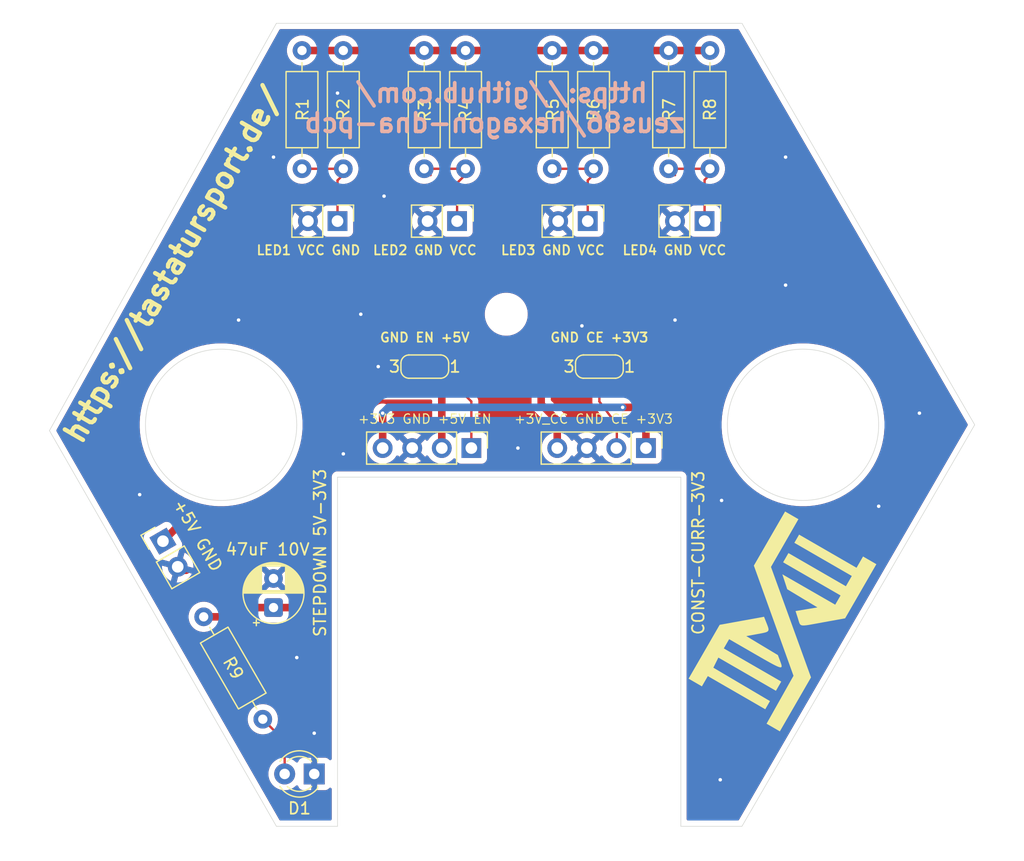
<source format=kicad_pcb>
(kicad_pcb (version 20241229) (generator "pcbnew") (generator_version "9.0")
  (layers (0 "F.Cu" signal) (2 "B.Cu" signal) (13 "F.Paste" user) (15 "B.Paste" user) (5 "F.SilkS" user "F.Silkscreen") (7 "B.SilkS" user "B.Silkscreen") (1 "F.Mask" user) (3 "B.Mask" user) (25 "Edge.Cuts" user))
  (net 0 "")
  (net 1 "GND")
  (net 2 "+5V")
  (net 3 "+3V3")
  (net 4 "Net-(J5-Pin_2)")
  (net 5 "Net-(J6-Pin_1)")
  (net 6 "+3V_const")
  (net 7 "Net-(J2-Pin_1)")
  (net 8 "Net-(J3-Pin_1)")
  (net 9 "Net-(J4-Pin_1)")
  (net 10 "Net-(J7-Pin_1)")
  (net 11 "Net-(D1-A)")
  (footprint "Connector_PinHeader_2.54mm:PinHeader_1x02_P2.54mm_Vertical" (layer "F.Cu") (at 55.775001 35.5 -90)
    (property "Reference" "J3")
    (property "Value" "LED2 GND VCC" (at 2.5 2.775001 0) (layer "F.SilkS") (effects (font (size 0.8 0.8))))
    (fp_line (start -1.38 3.92) (end 1.38 3.92) (stroke (width 0.12)) (layer "F.SilkS"))
    (fp_line (start -1.38 1.27) (end -1.38 3.92) (stroke (width 0.12)) (layer "F.SilkS"))
    (fp_line (start -1.38 1.27) (end 1.38 1.27) (stroke (width 0.12)) (layer "F.SilkS"))
    (fp_line (start 1.38 1.27) (end 1.38 3.92) (stroke (width 0.12)) (layer "F.SilkS"))
    (fp_line (start -1.38 0) (end -1.38 -1.38) (stroke (width 0.12)) (layer "F.SilkS"))
    (fp_line (start -1.38 -1.38) (end 0 -1.38) (stroke (width 0.12)) (layer "F.SilkS"))
    (pad "1" thru_hole rect (at 0 0 270) (size 1.7 1.7) (drill 1) (layers "*.Cu" "*.Mask") (net 8 "Net-(J3-Pin_1)"))
    (pad "2" thru_hole circle (at 0 2.54 270) (size 1.7 1.7) (drill 1) (layers "*.Cu" "*.Mask") (net 1 "GND"))
  )
  (footprint "Connector_PinHeader_2.54mm:PinHeader_1x04_P2.54mm_Vertical" (layer "F.Cu") (at 57 55 -90)
    (property "Reference" "+3V3 GND +5V EN" (at -2.5 4 180) (layer "F.SilkS") (effects (font (size 0.8 0.8) (thickness 0.1))))
    (property "Value" "STEPDOWN 5V-3V3" (at 9 13 90) (layer "F.SilkS"))
    (fp_line (start -1.38 9) (end 1.38 9) (stroke (width 0.12)) (layer "F.SilkS"))
    (fp_line (start -1.38 1.27) (end -1.38 9) (stroke (width 0.12)) (layer "F.SilkS"))
    (fp_line (start -1.38 1.27) (end 1.38 1.27) (stroke (width 0.12)) (layer "F.SilkS"))
    (fp_line (start 1.38 1.27) (end 1.38 9) (stroke (width 0.12)) (layer "F.SilkS"))
    (fp_line (start -1.38 0) (end -1.38 -1.38) (stroke (width 0.12)) (layer "F.SilkS"))
    (fp_line (start -1.38 -1.38) (end 0 -1.38) (stroke (width 0.12)) (layer "F.SilkS"))
    (pad "1" thru_hole rect (at 0 0 270) (size 1.7 1.7) (drill 1) (layers "*.Cu" "*.Mask") (net 5 "Net-(J6-Pin_1)"))
    (pad "2" thru_hole circle (at 0 2.54 270) (size 1.7 1.7) (drill 1) (layers "*.Cu" "*.Mask") (net 2 "+5V"))
    (pad "3" thru_hole circle (at 0 5.08 270) (size 1.7 1.7) (drill 1) (layers "*.Cu" "*.Mask") (net 1 "GND"))
    (pad "4" thru_hole circle (at 0 7.62 270) (size 1.7 1.7) (drill 1) (layers "*.Cu" "*.Mask") (net 3 "+3V3"))
  )
  (footprint "Jumper:SolderJumper-3_P1.3mm_Open_RoundedPad1.0x1.5mm_NumberLabels" (layer "F.Cu") (at 68 48 180)
    (property "Reference" "JP2")
    (property "Value" "GND CE +3V3" (at 0 2.5 0) (layer "F.SilkS") (effects (font (size 0.8 0.8))))
    (fp_line (start 2.05 -0.3) (end 2.05 0.3) (stroke (width 0.12)) (layer "F.SilkS"))
    (fp_line (start 1.4 1) (end -1.4 1) (stroke (width 0.12)) (layer "F.SilkS"))
    (fp_line (start -1.4 -1) (end 1.4 -1) (stroke (width 0.12)) (layer "F.SilkS"))
    (fp_line (start -2.05 0.3) (end -2.05 -0.3) (stroke (width 0.12)) (layer "F.SilkS"))
    (fp_arc (start 2.05 0.3) (mid 1.844975 0.794975) (end 1.35 1) (stroke (width 0.12)) (layer "F.SilkS"))
    (fp_arc (start 1.35 -1) (mid 1.844975 -0.794975) (end 2.05 -0.3) (stroke (width 0.12)) (layer "F.SilkS"))
    (fp_arc (start -1.35 1) (mid -1.844975 0.794975) (end -2.05 0.3) (stroke (width 0.12)) (layer "F.SilkS"))
    (fp_arc (start -2.05 -0.3) (mid -1.844975 -0.794975) (end -1.35 -1) (stroke (width 0.12)) (layer "F.SilkS"))
    (fp_text user "1" (at -2.6 0 0) (layer "F.SilkS"))
    (fp_text user "3" (at 2.6 0 0) (layer "F.SilkS"))
    (pad "1" smd custom (at -1.3 0 180) (size 1 0.5) (layers "F.Cu" "F.Mask") (net 3 "+3V3") (options (clearance outline) (anchor rect)) (primitives (gr_circle (center 0 0.25) (end 0.5 0.25) (width 0) (fill yes)) (gr_circle (center 0 -0.25) (end 0.5 -0.25) (width 0) (fill yes)) (gr_poly (pts (xy 0.55 0.75) (xy 0 0.75) (xy 0 -0.75) (xy 0.55 -0.75)) (width 0) (fill yes))))
    (pad "2" smd rect (at 0 0 180) (size 1 1.5) (layers "F.Cu" "F.Mask") (net 4 "Net-(J5-Pin_2)"))
    (pad "3" smd custom (at 1.3 0 180) (size 1 0.5) (layers "F.Cu" "F.Mask") (net 1 "GND") (options (clearance outline) (anchor rect)) (primitives (gr_circle (center 0 0.25) (end 0.5 0.25) (width 0) (fill yes)) (gr_circle (center 0 -0.25) (end 0.5 -0.25) (width 0) (fill yes)) (gr_poly (pts (xy 0 0.75) (xy -0.55 0.75) (xy -0.55 -0.75) (xy 0 -0.75)) (width 0) (fill yes))))
  )
  (footprint "Resistor_THT:R_Axial_DIN0207_L6.3mm_D2.5mm_P10.16mm_Horizontal" (layer "F.Cu") (at 67.5 31 90)
    (property "Reference" "R6" (at 5.08 0 90) (layer "F.SilkS"))
    (property "Value" "R")
    (fp_line (start 9.12 0) (end 8.35 0) (stroke (width 0.12)) (layer "F.SilkS"))
    (fp_line (start 1.04 0) (end 1.81 0) (stroke (width 0.12)) (layer "F.SilkS"))
    (fp_rect (start 1.81 -1.37) (end 8.35 1.37) (stroke (width 0.12)) (fill no) (layer "F.SilkS"))
    (pad "1" thru_hole circle (at 0 0 90) (size 1.6 1.6) (drill 0.8) (layers "*.Cu" "*.Mask") (net 9 "Net-(J4-Pin_1)"))
    (pad "2" thru_hole circle (at 10.16 0 90) (size 1.6 1.6) (drill 0.8) (layers "*.Cu" "*.Mask") (net 6 "+3V_const"))
  )
  (footprint "Resistor_THT:R_Axial_DIN0207_L6.3mm_D2.5mm_P10.16mm_Horizontal" (layer "F.Cu") (at 42.45 31 90)
    (property "Reference" "R1" (at 5.08 0.05 90) (layer "F.SilkS"))
    (property "Value" "R")
    (fp_line (start 9.12 0) (end 8.35 0) (stroke (width 0.12)) (layer "F.SilkS"))
    (fp_line (start 1.04 0) (end 1.81 0) (stroke (width 0.12)) (layer "F.SilkS"))
    (fp_rect (start 1.81 -1.37) (end 8.35 1.37) (stroke (width 0.12)) (fill no) (layer "F.SilkS"))
    (pad "1" thru_hole circle (at 0 0 90) (size 1.6 1.6) (drill 0.8) (layers "*.Cu" "*.Mask") (net 7 "Net-(J2-Pin_1)"))
    (pad "2" thru_hole circle (at 10.16 0 90) (size 1.6 1.6) (drill 0.8) (layers "*.Cu" "*.Mask") (net 6 "+3V_const"))
  )
  (footprint "Jumper:SolderJumper-3_P1.3mm_Open_RoundedPad1.0x1.5mm_NumberLabels" (layer "F.Cu") (at 53 48 180)
    (property "Reference" "JP1")
    (property "Value" "GND EN +5V" (at 0 2.5 0) (layer "F.SilkS") (effects (font (size 0.8 0.8))))
    (fp_line (start 2.05 -0.3) (end 2.05 0.3) (stroke (width 0.12)) (layer "F.SilkS"))
    (fp_line (start 1.4 1) (end -1.4 1) (stroke (width 0.12)) (layer "F.SilkS"))
    (fp_line (start -1.4 -1) (end 1.4 -1) (stroke (width 0.12)) (layer "F.SilkS"))
    (fp_line (start -2.05 0.3) (end -2.05 -0.3) (stroke (width 0.12)) (layer "F.SilkS"))
    (fp_arc (start 2.05 0.3) (mid 1.844975 0.794975) (end 1.35 1) (stroke (width 0.12)) (layer "F.SilkS"))
    (fp_arc (start 1.35 -1) (mid 1.844975 -0.794975) (end 2.05 -0.3) (stroke (width 0.12)) (layer "F.SilkS"))
    (fp_arc (start -1.35 1) (mid -1.844975 0.794975) (end -2.05 0.3) (stroke (width 0.12)) (layer "F.SilkS"))
    (fp_arc (start -2.05 -0.3) (mid -1.844975 -0.794975) (end -1.35 -1) (stroke (width 0.12)) (layer "F.SilkS"))
    (fp_text user "3" (at 2.6 0 0) (layer "F.SilkS"))
    (fp_text user "1" (at -2.6 0 0) (layer "F.SilkS"))
    (pad "1" smd custom (at -1.3 0 180) (size 1 0.5) (layers "F.Cu" "F.Mask") (net 2 "+5V") (options (clearance outline) (anchor rect)) (primitives (gr_circle (center 0 0.25) (end 0.5 0.25) (width 0) (fill yes)) (gr_circle (center 0 -0.25) (end 0.5 -0.25) (width 0) (fill yes)) (gr_poly (pts (xy 0.55 0.75) (xy 0 0.75) (xy 0 -0.75) (xy 0.55 -0.75)) (width 0) (fill yes))))
    (pad "2" smd rect (at 0 0 180) (size 1 1.5) (layers "F.Cu" "F.Mask") (net 5 "Net-(J6-Pin_1)"))
    (pad "3" smd custom (at 1.3 0 180) (size 1 0.5) (layers "F.Cu" "F.Mask") (net 1 "GND") (options (clearance outline) (anchor rect)) (primitives (gr_circle (center 0 0.25) (end 0.5 0.25) (width 0) (fill yes)) (gr_circle (center 0 -0.25) (end 0.5 -0.25) (width 0) (fill yes)) (gr_poly (pts (xy 0 0.75) (xy -0.55 0.75) (xy -0.55 -0.75) (xy 0 -0.75)) (width 0) (fill yes))))
  )
  (footprint "Resistor_THT:R_Axial_DIN0207_L6.3mm_D2.5mm_P10.16mm_Horizontal" (layer "F.Cu") (at 56.5 31 90)
    (property "Reference" "R4" (at 5 0 90) (layer "F.SilkS"))
    (property "Value" "R")
    (fp_line (start 9.12 0) (end 8.35 0) (stroke (width 0.12)) (layer "F.SilkS"))
    (fp_line (start 1.04 0) (end 1.81 0) (stroke (width 0.12)) (layer "F.SilkS"))
    (fp_rect (start 1.81 -1.37) (end 8.35 1.37) (stroke (width 0.12)) (fill no) (layer "F.SilkS"))
    (pad "1" thru_hole circle (at 0 0 90) (size 1.6 1.6) (drill 0.8) (layers "*.Cu" "*.Mask") (net 8 "Net-(J3-Pin_1)"))
    (pad "2" thru_hole circle (at 10.16 0 90) (size 1.6 1.6) (drill 0.8) (layers "*.Cu" "*.Mask") (net 6 "+3V_const"))
  )
  (footprint "Connector_PinHeader_2.54mm:PinHeader_1x02_P2.54mm_Vertical" (layer "F.Cu") (at 67 35.5 -90)
    (property "Reference" "J4")
    (property "Value" "LED3 GND VCC" (at 2.5 3 0) (layer "F.SilkS") (effects (font (size 0.8 0.8))))
    (fp_line (start -1.38 3.92) (end 1.38 3.92) (stroke (width 0.12)) (layer "F.SilkS"))
    (fp_line (start -1.38 1.27) (end -1.38 3.92) (stroke (width 0.12)) (layer "F.SilkS"))
    (fp_line (start -1.38 1.27) (end 1.38 1.27) (stroke (width 0.12)) (layer "F.SilkS"))
    (fp_line (start 1.38 1.27) (end 1.38 3.92) (stroke (width 0.12)) (layer "F.SilkS"))
    (fp_line (start -1.38 0) (end -1.38 -1.38) (stroke (width 0.12)) (layer "F.SilkS"))
    (fp_line (start -1.38 -1.38) (end 0 -1.38) (stroke (width 0.12)) (layer "F.SilkS"))
    (pad "1" thru_hole rect (at 0 0 270) (size 1.7 1.7) (drill 1) (layers "*.Cu" "*.Mask") (net 9 "Net-(J4-Pin_1)"))
    (pad "2" thru_hole circle (at 0 2.54 270) (size 1.7 1.7) (drill 1) (layers "*.Cu" "*.Mask") (net 1 "GND"))
  )
  (footprint "LED_THT:LED_D3.0mm" (layer "F.Cu") (at 43.5 82.999999 180)
    (property "Reference" "D1" (at 1.269998 -2.959998 0) (layer "F.SilkS"))
    (property "Value" "LED")
    (fp_line (start -0.29 1.08) (end -0.29 1.236) (stroke (width 0.12)) (layer "F.SilkS"))
    (fp_line (start -0.29 -1.236) (end -0.29 -1.08) (stroke (width 0.12)) (layer "F.SilkS"))
    (fp_arc (start 2.941437 1.08) (mid 1.36566 1.987699) (end -0.29 1.235516) (stroke (width 0.12)) (layer "F.SilkS"))
    (fp_arc (start 2.310961 1.08) (mid 1.27 1.5) (end 0.229039 1.08) (stroke (width 0.12)) (layer "F.SilkS"))
    (fp_arc (start 0.229039 -1.08) (mid 1.27 -1.5) (end 2.310961 -1.08) (stroke (width 0.12)) (layer "F.SilkS"))
    (fp_arc (start -0.29 -1.235516) (mid 1.36566 -1.987699) (end 2.941437 -1.08) (stroke (width 0.12)) (layer "F.SilkS"))
    (pad "1" thru_hole rect (at 0 0 180) (size 1.8 1.8) (drill 0.9) (layers "*.Cu" "*.Mask") (net 1 "GND"))
    (pad "2" thru_hole circle (at 2.54 0 180) (size 1.8 1.8) (drill 0.9) (layers "*.Cu" "*.Mask") (net 11 "Net-(D1-A)"))
  )
  (footprint "Connector_PinHeader_2.54mm:PinHeader_1x04_P2.54mm_Vertical" (layer "F.Cu") (at 72 55 -90)
    (property "Reference" "+3V_CC GND CE +3V3" (at -2.5 4.5 180) (layer "F.SilkS") (effects (font (size 0.8 0.8) (thickness 0.1))))
    (property "Value" "CONST-CURR-3V3" (at 9 -4.5 90) (layer "F.SilkS"))
    (fp_line (start -1.38 9) (end 1.38 9) (stroke (width 0.12)) (layer "F.SilkS"))
    (fp_line (start -1.38 1.27) (end -1.38 9) (stroke (width 0.12)) (layer "F.SilkS"))
    (fp_line (start -1.38 1.27) (end 1.38 1.27) (stroke (width 0.12)) (layer "F.SilkS"))
    (fp_line (start 1.38 1.27) (end 1.38 9) (stroke (width 0.12)) (layer "F.SilkS"))
    (fp_line (start -1.38 0) (end -1.38 -1.38) (stroke (width 0.12)) (layer "F.SilkS"))
    (fp_line (start -1.38 -1.38) (end 0 -1.38) (stroke (width 0.12)) (layer "F.SilkS"))
    (pad "1" thru_hole rect (at 0 0 270) (size 1.7 1.7) (drill 1) (layers "*.Cu" "*.Mask") (net 3 "+3V3"))
    (pad "2" thru_hole circle (at 0 2.54 270) (size 1.7 1.7) (drill 1) (layers "*.Cu" "*.Mask") (net 4 "Net-(J5-Pin_2)"))
    (pad "3" thru_hole circle (at 0 5.08 270) (size 1.7 1.7) (drill 1) (layers "*.Cu" "*.Mask") (net 1 "GND"))
    (pad "4" thru_hole circle (at 0 7.62 270) (size 1.7 1.7) (drill 1) (layers "*.Cu" "*.Mask") (net 6 "+3V_const"))
  )
  (footprint "Resistor_THT:R_Axial_DIN0207_L6.3mm_D2.5mm_P10.16mm_Horizontal" (layer "F.Cu") (at 63.95 31 90)
    (property "Reference" "R5" (at 5.08 0.05 90) (layer "F.SilkS"))
    (property "Value" "R")
    (fp_line (start 9.12 0) (end 8.35 0) (stroke (width 0.12)) (layer "F.SilkS"))
    (fp_line (start 1.04 0) (end 1.81 0) (stroke (width 0.12)) (layer "F.SilkS"))
    (fp_rect (start 1.81 -1.37) (end 8.35 1.37) (stroke (width 0.12)) (fill no) (layer "F.SilkS"))
    (pad "1" thru_hole circle (at 0 0 90) (size 1.6 1.6) (drill 0.8) (layers "*.Cu" "*.Mask") (net 9 "Net-(J4-Pin_1)"))
    (pad "2" thru_hole circle (at 10.16 0 90) (size 1.6 1.6) (drill 0.8) (layers "*.Cu" "*.Mask") (net 6 "+3V_const"))
  )
  (footprint "Resistor_THT:R_Axial_DIN0207_L6.3mm_D2.5mm_P10.16mm_Horizontal" (layer "F.Cu") (at 46 31 90)
    (property "Reference" "R2" (at 5.08 0 90) (layer "F.SilkS"))
    (property "Value" "R")
    (fp_line (start 9.12 0) (end 8.35 0) (stroke (width 0.12)) (layer "F.SilkS"))
    (fp_line (start 1.04 0) (end 1.81 0) (stroke (width 0.12)) (layer "F.SilkS"))
    (fp_rect (start 1.81 -1.37) (end 8.35 1.37) (stroke (width 0.12)) (fill no) (layer "F.SilkS"))
    (pad "1" thru_hole circle (at 0 0 90) (size 1.6 1.6) (drill 0.8) (layers "*.Cu" "*.Mask") (net 7 "Net-(J2-Pin_1)"))
    (pad "2" thru_hole circle (at 10.16 0 90) (size 1.6 1.6) (drill 0.8) (layers "*.Cu" "*.Mask") (net 6 "+3V_const"))
  )
  (footprint "MountingHole:MountingHole_3.2mm_M3" (layer "F.Cu") (at 60 43.5)
    (property "Reference" "H1")
    (property "Value" "MountingHole")
    (pad "" np_thru_hole circle (at 0 0) (size 3.2 3.2) (drill 3.2) (layers "*.Cu" "*.Mask"))
  )
  (footprint "Connector_PinHeader_2.54mm:PinHeader_1x02_P2.54mm_Vertical" (layer "F.Cu") (at 30.5 63 30)
    (property "Reference" "J1")
    (property "Value" "+5V GND" (at 2.848076 1.066987 120) (layer "F.SilkS"))
    (fp_line (start -1.38 -1.38) (end 0 -1.38) (stroke (width 0.12)) (layer "F.SilkS"))
    (fp_line (start -1.38 0) (end -1.38 -1.38) (stroke (width 0.12)) (layer "F.SilkS"))
    (fp_line (start -1.38 1.27) (end -1.38 3.92) (stroke (width 0.12)) (layer "F.SilkS"))
    (fp_line (start -1.38 1.27) (end 1.38 1.27) (stroke (width 0.12)) (layer "F.SilkS"))
    (fp_line (start -1.38 3.92) (end 1.38 3.92) (stroke (width 0.12)) (layer "F.SilkS"))
    (fp_line (start 1.38 1.27) (end 1.38 3.92) (stroke (width 0.12)) (layer "F.SilkS"))
    (pad "1" thru_hole rect (at 0 0 30) (size 1.7 1.7) (drill 1) (layers "*.Cu" "*.Mask") (net 2 "+5V"))
    (pad "2" thru_hole circle (at 0 2.54 30) (size 1.7 1.7) (drill 1) (layers "*.Cu" "*.Mask") (net 1 "GND"))
  )
  (footprint "Resistor_THT:R_Axial_DIN0207_L6.3mm_D2.5mm_P10.16mm_Horizontal" (layer "F.Cu") (at 73.95 31 90)
    (property "Reference" "R7" (at 5.08 0.05 90) (layer "F.SilkS"))
    (property "Value" "R")
    (fp_line (start 9.12 0) (end 8.35 0) (stroke (width 0.12)) (layer "F.SilkS"))
    (fp_line (start 1.04 0) (end 1.81 0) (stroke (width 0.12)) (layer "F.SilkS"))
    (fp_rect (start 1.81 -1.37) (end 8.35 1.37) (stroke (width 0.12)) (fill no) (layer "F.SilkS"))
    (pad "1" thru_hole circle (at 0 0 90) (size 1.6 1.6) (drill 0.8) (layers "*.Cu" "*.Mask") (net 10 "Net-(J7-Pin_1)"))
    (pad "2" thru_hole circle (at 10.16 0 90) (size 1.6 1.6) (drill 0.8) (layers "*.Cu" "*.Mask") (net 6 "+3V_const"))
  )
  (footprint "Connector_PinHeader_2.54mm:PinHeader_1x02_P2.54mm_Vertical" (layer "F.Cu") (at 77.040003 35.5 -90)
    (property "Reference" "J7")
    (property "Value" "LED4 GND VCC" (at 2.5 2.595 0) (layer "F.SilkS") (effects (font (size 0.8 0.8))))
    (fp_line (start -1.38 3.92) (end 1.38 3.92) (stroke (width 0.12)) (layer "F.SilkS"))
    (fp_line (start -1.38 1.27) (end -1.38 3.92) (stroke (width 0.12)) (layer "F.SilkS"))
    (fp_line (start -1.38 1.27) (end 1.38 1.27) (stroke (width 0.12)) (layer "F.SilkS"))
    (fp_line (start 1.38 1.27) (end 1.38 3.92) (stroke (width 0.12)) (layer "F.SilkS"))
    (fp_line (start -1.38 0) (end -1.38 -1.38) (stroke (width 0.12)) (layer "F.SilkS"))
    (fp_line (start -1.38 -1.38) (end 0 -1.38) (stroke (width 0.12)) (layer "F.SilkS"))
    (pad "1" thru_hole rect (at 0 0 270) (size 1.7 1.7) (drill 1) (layers "*.Cu" "*.Mask") (net 10 "Net-(J7-Pin_1)"))
    (pad "2" thru_hole circle (at 0 2.54 270) (size 1.7 1.7) (drill 1) (layers "*.Cu" "*.Mask") (net 1 "GND"))
  )
  (footprint "Capacitor_THT:CP_Radial_D5.0mm_P2.50mm" (layer "F.Cu") (at 40 68.705113 90)
    (property "Reference" "C1")
    (property "Value" "47uF 10V" (at 5 -0.500001 180) (layer "F.SilkS"))
    (fp_line (start 1.29 -2.58) (end 1.29 2.58) (stroke (width 0.12)) (layer "F.SilkS"))
    (fp_line (start 1.25 -2.58) (end 1.25 2.58) (stroke (width 0.12)) (layer "F.SilkS"))
    (fp_line (start 1.33 -2.579) (end 1.33 2.579) (stroke (width 0.12)) (layer "F.SilkS"))
    (fp_line (start 1.37 -2.577) (end 1.37 2.577) (stroke (width 0.12)) (layer "F.SilkS"))
    (fp_line (start 1.41 -2.575) (end 1.41 2.575) (stroke (width 0.12)) (layer "F.SilkS"))
    (fp_line (start 1.45 -2.572) (end 1.45 2.572) (stroke (width 0.12)) (layer "F.SilkS"))
    (fp_line (start 1.49 -2.569) (end 1.49 -1.04) (stroke (width 0.12)) (layer "F.SilkS"))
    (fp_line (start 1.53 -2.565) (end 1.53 -1.04) (stroke (width 0.12)) (layer "F.SilkS"))
    (fp_line (start 1.57 -2.56) (end 1.57 -1.04) (stroke (width 0.12)) (layer "F.SilkS"))
    (fp_line (start 1.61 -2.555) (end 1.61 -1.04) (stroke (width 0.12)) (layer "F.SilkS"))
    (fp_line (start 1.65 -2.549) (end 1.65 -1.04) (stroke (width 0.12)) (layer "F.SilkS"))
    (fp_line (start 1.69 -2.543) (end 1.69 -1.04) (stroke (width 0.12)) (layer "F.SilkS"))
    (fp_line (start 1.73 -2.536) (end 1.73 -1.04) (stroke (width 0.12)) (layer "F.SilkS"))
    (fp_line (start 1.77 -2.528) (end 1.77 -1.04) (stroke (width 0.12)) (layer "F.SilkS"))
    (fp_line (start 1.81 -2.519) (end 1.81 -1.04) (stroke (width 0.12)) (layer "F.SilkS"))
    (fp_line (start 1.85 -2.51) (end 1.85 -1.04) (stroke (width 0.12)) (layer "F.SilkS"))
    (fp_line (start 1.89 -2.501) (end 1.89 -1.04) (stroke (width 0.12)) (layer "F.SilkS"))
    (fp_line (start 1.93 -2.49) (end 1.93 -1.04) (stroke (width 0.12)) (layer "F.SilkS"))
    (fp_line (start 1.97 -2.479) (end 1.97 -1.04) (stroke (width 0.12)) (layer "F.SilkS"))
    (fp_line (start 2.01 -2.467) (end 2.01 -1.04) (stroke (width 0.12)) (layer "F.SilkS"))
    (fp_line (start 2.05 -2.455) (end 2.05 -1.04) (stroke (width 0.12)) (layer "F.SilkS"))
    (fp_line (start 2.09 -2.442) (end 2.09 -1.04) (stroke (width 0.12)) (layer "F.SilkS"))
    (fp_line (start 2.13 -2.428) (end 2.13 -1.04) (stroke (width 0.12)) (layer "F.SilkS"))
    (fp_line (start 2.17 -2.413) (end 2.17 -1.04) (stroke (width 0.12)) (layer "F.SilkS"))
    (fp_line (start 2.21 -2.398) (end 2.21 -1.04) (stroke (width 0.12)) (layer "F.SilkS"))
    (fp_line (start 2.25 -2.382) (end 2.25 -1.04) (stroke (width 0.12)) (layer "F.SilkS"))
    (fp_line (start 2.29 -2.365) (end 2.29 -1.04) (stroke (width 0.12)) (layer "F.SilkS"))
    (fp_line (start 2.33 -2.347) (end 2.33 -1.04) (stroke (width 0.12)) (layer "F.SilkS"))
    (fp_line (start 2.37 -2.329) (end 2.37 -1.04) (stroke (width 0.12)) (layer "F.SilkS"))
    (fp_line (start 2.41 -2.309) (end 2.41 -1.04) (stroke (width 0.12)) (layer "F.SilkS"))
    (fp_line (start 2.45 -2.289) (end 2.45 -1.04) (stroke (width 0.12)) (layer "F.SilkS"))
    (fp_line (start 2.49 -2.268) (end 2.49 -1.04) (stroke (width 0.12)) (layer "F.SilkS"))
    (fp_line (start 2.53 -2.246) (end 2.53 -1.04) (stroke (width 0.12)) (layer "F.SilkS"))
    (fp_line (start 2.57 -2.223) (end 2.57 -1.04) (stroke (width 0.12)) (layer "F.SilkS"))
    (fp_line (start 2.61 -2.199) (end 2.61 -1.04) (stroke (width 0.12)) (layer "F.SilkS"))
    (fp_line (start 2.65 -2.175) (end 2.65 -1.04) (stroke (width 0.12)) (layer "F.SilkS"))
    (fp_line (start 2.69 -2.149) (end 2.69 -1.04) (stroke (width 0.12)) (layer "F.SilkS"))
    (fp_line (start 2.73 -2.122) (end 2.73 -1.04) (stroke (width 0.12)) (layer "F.SilkS"))
    (fp_line (start 2.77 -2.094) (end 2.77 -1.04) (stroke (width 0.12)) (layer "F.SilkS"))
    (fp_line (start 2.81 -2.065) (end 2.81 -1.04) (stroke (width 0.12)) (layer "F.SilkS"))
    (fp_line (start 2.85 -2.035) (end 2.85 -1.04) (stroke (width 0.12)) (layer "F.SilkS"))
    (fp_line (start 2.89 -2.003) (end 2.89 -1.04) (stroke (width 0.12)) (layer "F.SilkS"))
    (fp_line (start 2.93 -1.97) (end 2.93 -1.04) (stroke (width 0.12)) (layer "F.SilkS"))
    (fp_line (start 2.97 -1.936) (end 2.97 -1.04) (stroke (width 0.12)) (layer "F.SilkS"))
    (fp_line (start 3.01 -1.901) (end 3.01 -1.04) (stroke (width 0.12)) (layer "F.SilkS"))
    (fp_line (start 3.05 -1.864) (end 3.05 -1.04) (stroke (width 0.12)) (layer "F.SilkS"))
    (fp_line (start 3.09 -1.825) (end 3.09 -1.04) (stroke (width 0.12)) (layer "F.SilkS"))
    (fp_line (start 3.13 -1.785) (end 3.13 -1.04) (stroke (width 0.12)) (layer "F.SilkS"))
    (fp_line (start 3.17 -1.743) (end 3.17 -1.04) (stroke (width 0.12)) (layer "F.SilkS"))
    (fp_line (start -1.304775 -1.725) (end -1.304775 -1.225) (stroke (width 0.12)) (layer "F.SilkS"))
    (fp_line (start 3.21 -1.699) (end 3.21 -1.04) (stroke (width 0.12)) (layer "F.SilkS"))
    (fp_line (start 3.25 -1.652) (end 3.25 -1.04) (stroke (width 0.12)) (layer "F.SilkS"))
    (fp_line (start 3.29 -1.604) (end 3.29 -1.04) (stroke (width 0.12)) (layer "F.SilkS"))
    (fp_line (start 3.33 -1.553) (end 3.33 -1.04) (stroke (width 0.12)) (layer "F.SilkS"))
    (fp_line (start 3.37 -1.499) (end 3.37 -1.04) (stroke (width 0.12)) (layer "F.SilkS"))
    (fp_line (start -1.554775 -1.475) (end -1.054775 -1.475) (stroke (width 0.12)) (layer "F.SilkS"))
    (fp_line (start 3.41 -1.443) (end 3.41 -1.04) (stroke (width 0.12)) (layer "F.SilkS"))
    (fp_line (start 3.45 -1.383) (end 3.45 -1.04) (stroke (width 0.12)) (layer "F.SilkS"))
    (fp_line (start 3.49 -1.319) (end 3.49 -1.04) (stroke (width 0.12)) (layer "F.SilkS"))
    (fp_line (start 3.53 -1.251) (end 3.53 -1.04) (stroke (width 0.12)) (layer "F.SilkS"))
    (fp_line (start 3.57 -1.177) (end 3.57 1.177) (stroke (width 0.12)) (layer "F.SilkS"))
    (fp_line (start 3.61 -1.098) (end 3.61 1.098) (stroke (width 0.12)) (layer "F.SilkS"))
    (fp_line (start 3.65 -1.011) (end 3.65 1.011) (stroke (width 0.12)) (layer "F.SilkS"))
    (fp_line (start 3.69 -0.914) (end 3.69 0.914) (stroke (width 0.12)) (layer "F.SilkS"))
    (fp_line (start 3.73 -0.805) (end 3.73 0.805) (stroke (width 0.12)) (layer "F.SilkS"))
    (fp_line (start 3.77 -0.677) (end 3.77 0.677) (stroke (width 0.12)) (layer "F.SilkS"))
    (fp_line (start 3.81 -0.517) (end 3.81 0.517) (stroke (width 0.12)) (layer "F.SilkS"))
    (fp_line (start 3.85 -0.283) (end 3.85 0.283) (stroke (width 0.12)) (layer "F.SilkS"))
    (fp_line (start 3.53 1.04) (end 3.53 1.251) (stroke (width 0.12)) (layer "F.SilkS"))
    (fp_line (start 3.49 1.04) (end 3.49 1.319) (stroke (width 0.12)) (layer "F.SilkS"))
    (fp_line (start 3.45 1.04) (end 3.45 1.383) (stroke (width 0.12)) (layer "F.SilkS"))
    (fp_line (start 3.41 1.04) (end 3.41 1.443) (stroke (width 0.12)) (layer "F.SilkS"))
    (fp_line (start 3.37 1.04) (end 3.37 1.499) (stroke (width 0.12)) (layer "F.SilkS"))
    (fp_line (start 3.33 1.04) (end 3.33 1.553) (stroke (width 0.12)) (layer "F.SilkS"))
    (fp_line (start 3.29 1.04) (end 3.29 1.604) (stroke (width 0.12)) (layer "F.SilkS"))
    (fp_line (start 3.25 1.04) (end 3.25 1.652) (stroke (width 0.12)) (layer "F.SilkS"))
    (fp_line (start 3.21 1.04) (end 3.21 1.699) (stroke (width 0.12)) (layer "F.SilkS"))
    (fp_line (start 3.17 1.04) (end 3.17 1.743) (stroke (width 0.12)) (layer "F.SilkS"))
    (fp_line (start 3.13 1.04) (end 3.13 1.785) (stroke (width 0.12)) (layer "F.SilkS"))
    (fp_line (start 3.09 1.04) (end 3.09 1.825) (stroke (width 0.12)) (layer "F.SilkS"))
    (fp_line (start 3.05 1.04) (end 3.05 1.864) (stroke (width 0.12)) (layer "F.SilkS"))
    (fp_line (start 3.01 1.04) (end 3.01 1.901) (stroke (width 0.12)) (layer "F.SilkS"))
    (fp_line (start 2.97 1.04) (end 2.97 1.936) (stroke (width 0.12)) (layer "F.SilkS"))
    (fp_line (start 2.93 1.04) (end 2.93 1.97) (stroke (width 0.12)) (layer "F.SilkS"))
    (fp_line (start 2.89 1.04) (end 2.89 2.003) (stroke (width 0.12)) (layer "F.SilkS"))
    (fp_line (start 2.85 1.04) (end 2.85 2.035) (stroke (width 0.12)) (layer "F.SilkS"))
    (fp_line (start 2.81 1.04) (end 2.81 2.065) (stroke (width 0.12)) (layer "F.SilkS"))
    (fp_line (start 2.77 1.04) (end 2.77 2.094) (stroke (width 0.12)) (layer "F.SilkS"))
    (fp_line (start 2.73 1.04) (end 2.73 2.122) (stroke (width 0.12)) (layer "F.SilkS"))
    (fp_line (start 2.69 1.04) (end 2.69 2.149) (stroke (width 0.12)) (layer "F.SilkS"))
    (fp_line (start 2.65 1.04) (end 2.65 2.175) (stroke (width 0.12)) (layer "F.SilkS"))
    (fp_line (start 2.61 1.04) (end 2.61 2.199) (stroke (width 0.12)) (layer "F.SilkS"))
    (fp_line (start 2.57 1.04) (end 2.57 2.223) (stroke (width 0.12)) (layer "F.SilkS"))
    (fp_line (start 2.53 1.04) (end 2.53 2.246) (stroke (width 0.12)) (layer "F.SilkS"))
    (fp_line (start 2.49 1.04) (end 2.49 2.268) (stroke (width 0.12)) (layer "F.SilkS"))
    (fp_line (start 2.45 1.04) (end 2.45 2.289) (stroke (width 0.12)) (layer "F.SilkS"))
    (fp_line (start 2.41 1.04) (end 2.41 2.309) (stroke (width 0.12)) (layer "F.SilkS"))
    (fp_line (start 2.37 1.04) (end 2.37 2.329) (stroke (width 0.12)) (layer "F.SilkS"))
    (fp_line (start 2.33 1.04) (end 2.33 2.347) (stroke (width 0.12)) (layer "F.SilkS"))
    (fp_line (start 2.29 1.04) (end 2.29 2.365) (stroke (width 0.12)) (layer "F.SilkS"))
    (fp_line (start 2.25 1.04) (end 2.25 2.382) (stroke (width 0.12)) (layer "F.SilkS"))
    (fp_line (start 2.21 1.04) (end 2.21 2.398) (stroke (width 0.12)) (layer "F.SilkS"))
    (fp_line (start 2.17 1.04) (end 2.17 2.413) (stroke (width 0.12)) (layer "F.SilkS"))
    (fp_line (start 2.13 1.04) (end 2.13 2.428) (stroke (width 0.12)) (layer "F.SilkS"))
    (fp_line (start 2.09 1.04) (end 2.09 2.442) (stroke (width 0.12)) (layer "F.SilkS"))
    (fp_line (start 2.05 1.04) (end 2.05 2.455) (stroke (width 0.12)) (layer "F.SilkS"))
    (fp_line (start 2.01 1.04) (end 2.01 2.467) (stroke (width 0.12)) (layer "F.SilkS"))
    (fp_line (start 1.97 1.04) (end 1.97 2.479) (stroke (width 0.12)) (layer "F.SilkS"))
    (fp_line (start 1.93 1.04) (end 1.93 2.49) (stroke (width 0.12)) (layer "F.SilkS"))
    (fp_line (start 1.89 1.04) (end 1.89 2.501) (stroke (width 0.12)) (layer "F.SilkS"))
    (fp_line (start 1.85 1.04) (end 1.85 2.51) (stroke (width 0.12)) (layer "F.SilkS"))
    (fp_line (start 1.81 1.04) (end 1.81 2.519) (stroke (width 0.12)) (layer "F.SilkS"))
    (fp_line (start 1.77 1.04) (end 1.77 2.528) (stroke (width 0.12)) (layer "F.SilkS"))
    (fp_line (start 1.73 1.04) (end 1.73 2.536) (stroke (width 0.12)) (layer "F.SilkS"))
    (fp_line (start 1.69 1.04) (end 1.69 2.543) (stroke (width 0.12)) (layer "F.SilkS"))
    (fp_line (start 1.65 1.04) (end 1.65 2.549) (stroke (width 0.12)) (layer "F.SilkS"))
    (fp_line (start 1.61 1.04) (end 1.61 2.555) (stroke (width 0.12)) (layer "F.SilkS"))
    (fp_line (start 1.57 1.04) (end 1.57 2.56) (stroke (width 0.12)) (layer "F.SilkS"))
    (fp_line (start 1.53 1.04) (end 1.53 2.565) (stroke (width 0.12)) (layer "F.SilkS"))
    (fp_line (start 1.49 1.04) (end 1.49 2.569) (stroke (width 0.12)) (layer "F.SilkS"))
    (fp_circle (center 1.25 0) (end 3.87 0) (stroke (width 0.12)) (fill no) (layer "F.SilkS"))
    (pad "1" thru_hole roundrect (at 0 0 90) (size 1.6 1.6) (drill 0.8) (layers "*.Cu" "*.Mask") (roundrect_rratio 0.15625) (net 2 "+5V"))
    (pad "2" thru_hole circle (at 2.5 0 90) (size 1.6 1.6) (drill 0.8) (layers "*.Cu" "*.Mask") (net 1 "GND"))
  )
  (footprint "Resistor_THT:R_Axial_DIN0207_L6.3mm_D2.5mm_P10.16mm_Horizontal" (layer "F.Cu") (at 34 69.5 -60)
    (property "Reference" "R9" (at 5.079999 0.000001 120) (layer "F.SilkS"))
    (property "Value" "R")
    (fp_line (start 1.040001 -0.000001) (end 1.809999 0) (stroke (width 0.12)) (layer "F.SilkS"))
    (fp_line (start 9.120002 0) (end 8.350001 0) (stroke (width 0.12)) (layer "F.SilkS"))
    (fp_poly (pts (xy 1.81 -1.37) (xy 8.35 -1.369999) (xy 8.35 1.369999) (xy 1.81 1.37)) (stroke (width 0.12)) (fill no) (layer "F.SilkS"))
    (pad "1" thru_hole circle (at 0 0 300) (size 1.6 1.6) (drill 0.8) (layers "*.Cu" "*.Mask") (net 2 "+5V"))
    (pad "2" thru_hole circle (at 10.159999 -0.000001 300) (size 1.6 1.6) (drill 0.8) (layers "*.Cu" "*.Mask") (net 11 "Net-(D1-A)"))
  )
  (footprint "Connector_PinHeader_2.54mm:PinHeader_1x02_P2.54mm_Vertical" (layer "F.Cu") (at 45.5 35.5 -90)
    (property "Reference" "J2")
    (property "Value" "LED1 VCC GND" (at 2.5 2.5 0) (layer "F.SilkS") (effects (font (size 0.8 0.8) (thickness 0.15) (bold yes))))
    (fp_line (start -1.38 3.92) (end 1.38 3.92) (stroke (width 0.12)) (layer "F.SilkS"))
    (fp_line (start -1.38 1.27) (end -1.38 3.92) (stroke (width 0.12)) (layer "F.SilkS"))
    (fp_line (start -1.38 1.27) (end 1.38 1.27) (stroke (width 0.12)) (layer "F.SilkS"))
    (fp_line (start 1.38 1.27) (end 1.38 3.92) (stroke (width 0.12)) (layer "F.SilkS"))
    (fp_line (start -1.38 0) (end -1.38 -1.38) (stroke (width 0.12)) (layer "F.SilkS"))
    (fp_line (start -1.38 -1.38) (end 0 -1.38) (stroke (width 0.12)) (layer "F.SilkS"))
    (pad "1" thru_hole rect (at 0 0 270) (size 1.7 1.7) (drill 1) (layers "*.Cu" "*.Mask") (net 7 "Net-(J2-Pin_1)"))
    (pad "2" thru_hole circle (at 0 2.54 270) (size 1.7 1.7) (drill 1) (layers "*.Cu" "*.Mask") (net 1 "GND"))
  )
  (footprint "Resistor_THT:R_Axial_DIN0207_L6.3mm_D2.5mm_P10.16mm_Horizontal" (layer "F.Cu") (at 52.95 31 90)
    (property "Reference" "R3" (at 5 0.05 270) (layer "F.SilkS"))
    (property "Value" "R")
    (fp_line (start 9.12 0) (end 8.35 0) (stroke (width 0.12)) (layer "F.SilkS"))
    (fp_line (start 1.04 0) (end 1.81 0) (stroke (width 0.12)) (layer "F.SilkS"))
    (fp_rect (start 1.81 -1.37) (end 8.35 1.37) (stroke (width 0.12)) (fill no) (layer "F.SilkS"))
    (pad "1" thru_hole circle (at 0 0 90) (size 1.6 1.6) (drill 0.8) (layers "*.Cu" "*.Mask") (net 8 "Net-(J3-Pin_1)"))
    (pad "2" thru_hole circle (at 10.16 0 90) (size 1.6 1.6) (drill 0.8) (layers "*.Cu" "*.Mask") (net 6 "+3V_const"))
  )
  (footprint "Resistor_THT:R_Axial_DIN0207_L6.3mm_D2.5mm_P10.16mm_Horizontal" (layer "F.Cu") (at 77.5 31 90)
    (property "Reference" "R8" (at 5.08 0 90) (layer "F.SilkS"))
    (property "Value" "R")
    (fp_line (start 9.12 0) (end 8.35 0) (stroke (width 0.12)) (layer "F.SilkS"))
    (fp_line (start 1.04 0) (end 1.81 0) (stroke (width 0.12)) (layer "F.SilkS"))
    (fp_rect (start 1.81 -1.37) (end 8.35 1.37) (stroke (width 0.12)) (fill no) (layer "F.SilkS"))
    (pad "1" thru_hole circle (at 0 0 90) (size 1.6 1.6) (drill 0.8) (layers "*.Cu" "*.Mask") (net 10 "Net-(J7-Pin_1)"))
    (pad "2" thru_hole circle (at 10.16 0 90) (size 1.6 1.6) (drill 0.8) (layers "*.Cu" "*.Mask") (net 6 "+3V_const"))
  )
  (gr_line (start 69.5 53) (end 68 51) (stroke (width 0.2)) (layer "F.Cu") (net 4))
  (gr_line (start 68 51) (end 68 48) (stroke (width 0.2)) (layer "F.Cu") (net 4))
  (gr_line (start 69.5 55) (end 69.5 53) (stroke (width 0.2)) (layer "F.Cu") (net 4))
  (gr_poly (pts (xy 83.522408 76.623698) (xy 83.522408 76.623696) (xy 84.679584 74.56477) (xy 82.976618 69.831295) (xy 81.273648 65.097819) (xy 82.615748 62.773236) (xy 83.957844 60.44865) (xy 84.530687 60.779382) (xy 85.103528 61.110111) (xy 83.92478 63.16155) (xy 82.746034 65.212988) (xy 84.465561 69.958925) (xy 86.184996 74.704887) (xy 84.846338 77.023513) (xy 83.50768 79.342138) (xy 82.9365 79.012369) (xy 82.365265 78.682566)) (fill yes) (layer "F.SilkS"))
  (gr_poly (pts (xy 85.283635 70.178716) (xy 85.258064 70.155269) (xy 85.235484 70.12797) (xy 85.21536 70.096738) (xy 85.197156 70.061484) (xy 85.164371 69.978583) (xy 85.132852 69.878602) (xy 85.056532 69.624709) (xy 84.856364 69.002904) (xy 85.795541 68.846885) (xy 86.734632 68.69089) (xy 85.438135 67.91005) (xy 84.14164 67.129209) (xy 83.931363 66.48721) (xy 83.721087 65.845209) (xy 85.992673 67.151439) (xy 88.26426 68.457672) (xy 88.493224 68.061094) (xy 88.722187 67.664517) (xy 86.254566 66.239835) (xy 83.786945 64.815153) (xy 84.015909 64.418576) (xy 84.244874 64.021999) (xy 86.712495 65.446679) (xy 89.180114 66.871363) (xy 89.434513 66.430735) (xy 89.688941 65.990049) (xy 87.221321 64.565366) (xy 84.753699 63.140686) (xy 84.957194 62.788219) (xy 85.160725 62.435694) (xy 87.628347 63.860376) (xy 90.095968 65.285059) (xy 90.375833 64.800318) (xy 90.655661 64.315639) (xy 91.2285 64.646368) (xy 91.801341 64.977098) (xy 90.458518 67.302942) (xy 89.115689 69.628787) (xy 87.245588 69.967663) (xy 86.535267 70.098304) (xy 86.018109 70.190088) (xy 85.821278 70.219735) (xy 85.659915 70.237656) (xy 85.529742 70.243187) (xy 85.475018 70.241096) (xy 85.426489 70.235653) (xy 85.383619 70.226777) (xy 85.345877 70.214384) (xy 85.312728 70.198393)) (fill yes) (layer "F.SilkS"))
  (gr_poly (pts (xy 77 72.5) (xy 78.335781 70.186355) (xy 80.242335 69.840568) (xy 82.148825 69.494746) (xy 82.331587 69.955807) (xy 82.441177 70.235083) (xy 82.481902 70.348055) (xy 82.498247 70.398579) (xy 82.511721 70.445386) (xy 82.522184 70.488691) (xy 82.529487 70.528684) (xy 82.533491 70.565569) (xy 82.534051 70.599546) (xy 82.531026 70.630817) (xy 82.52427 70.659577) (xy 82.513642 70.686036) (xy 82.498998 70.710385) (xy 82.480193 70.732831) (xy 82.457085 70.753571) (xy 82.429533 70.772804) (xy 82.397389 70.790735) (xy 82.360514 70.807561) (xy 82.318761 70.823483) (xy 82.271992 70.838704) (xy 82.220057 70.853421) (xy 82.100133 70.882147) (xy 81.957837 70.911269) (xy 81.601553 70.977112) (xy 80.623665 71.155463) (xy 81.981157 71.971673) (xy 83.338708 72.78792) (xy 83.539861 73.321236) (xy 83.590473 73.458589) (xy 83.611632 73.519932) (xy 83.629544 73.576246) (xy 83.643853 73.627432) (xy 83.654192 73.673382) (xy 83.660205 73.713994) (xy 83.661528 73.749163) (xy 83.660317 73.764674) (xy 83.657798 73.778785) (xy 83.65393 73.791482) (xy 83.648664 73.802756) (xy 83.64195 73.812591) (xy 83.633755 73.820972) (xy 83.624023 73.82789) (xy 83.612713 73.833333) (xy 83.59978 73.837283) (xy 83.585178 73.839729) (xy 83.568864 73.840658) (xy 83.550788 73.840059) (xy 83.509185 73.834218) (xy 83.460009 73.822104) (xy 83.402893 73.803616) (xy 83.337479 73.778644) (xy 83.263411 73.747083) (xy 83.18032 73.708836) (xy 83.087852 73.663795) (xy 82.985641 73.611855) (xy 82.873332 73.552918) (xy 82.750558 73.486872) (xy 82.472186 73.333052) (xy 82.147631 73.149565) (xy 81.348444 72.690268) (xy 79.150403 71.421225) (xy 78.921437 71.817804) (xy 78.692474 72.21438) (xy 81.160095 73.639064) (xy 83.627717 75.063745) (xy 83.398754 75.460321) (xy 83.169789 75.856898) (xy 80.697356 74.42944) (xy 78.224924 73.001979) (xy 78.010094 73.436122) (xy 77.795238 73.870174) (xy 80.227333 75.305581) (xy 82.659375 76.74096) (xy 82.456638 77.092113) (xy 82.253934 77.443204) (xy 79.786312 76.018523) (xy 77.318692 74.59384) (xy 77.064262 75.034523) (xy 76.809864 75.475157) (xy 76.237027 75.144427) (xy 75.664185 74.813696)) (fill yes) (layer "F.SilkS"))
  (gr_line (start 100.25 53) (end 80.25 87.5) (stroke (width 0.05)) (layer "Edge.Cuts"))
  (gr_line (start 45.5 57.5) (end 45.5 87.5) (stroke (width 0.05)) (layer "Edge.Cuts"))
  (gr_line (start 45.5 87.5) (end 40.25 87.5) (stroke (width 0.05)) (layer "Edge.Cuts"))
  (gr_line (start 75 87.5) (end 75 57.5) (stroke (width 0.05)) (layer "Edge.Cuts"))
  (gr_line (start 20.75 53.5) (end 40.25 18.5) (stroke (width 0.05)) (layer "Edge.Cuts"))
  (gr_line (start 75 57.5) (end 45.5 57.5) (stroke (width 0.05)) (layer "Edge.Cuts"))
  (gr_line (start 40.25 18.5) (end 80.25 18.5) (stroke (width 0.05)) (layer "Edge.Cuts"))
  (gr_line (start 40.25 87.5) (end 20.75 53.5) (stroke (width 0.05)) (layer "Edge.Cuts"))
  (gr_circle (center 35.5 53) (end 42 53) (stroke (width 0.05)) (fill no) (layer "Edge.Cuts"))
  (gr_line (start 80.25 18.5) (end 100.25 53) (stroke (width 0.05)) (layer "Edge.Cuts"))
  (gr_circle (center 85.5 53) (end 92 53) (stroke (width 0.05)) (fill no) (layer "Edge.Cuts"))
  (gr_line (start 80.25 87.5) (end 75 87.5) (stroke (width 0.05)) (layer "Edge.Cuts"))
  (gr_text "https://tastatursport.de/" (at 23.5 55 60) (layer "F.SilkS") (effects (font (size 1.8 1.8) (thickness 0.37) (bold yes)) (justify left bottom)))
  (gr_text "https://github.com/ \nzeus86/hexagon-dna-pcb" (at 59 28 0) (layer "B.SilkS") (effects (font (size 1.6 1.6) (thickness 0.32) (bold yes)) (justify bottom mirror)))
  (segment (start 66.5 47.8) (end 66.7 48) (width 0.3) (layer "F.Cu") (net 1))
  (segment (start 66.5 52.66) (end 66.5 52.5) (width 0.2) (layer "F.Cu") (net 1))
  (segment (start 49 48) (end 49.5 48) (width 0.2) (layer "F.Cu") (net 1))
  (segment (start 51.7 48) (end 49 48) (width 0.3) (layer "F.Cu") (net 1))
  (segment (start 31.5 65.5) (end 32.5 65.5) (width 0.65) (layer "F.Cu") (net 1))
  (segment (start 66.5 44.5) (end 66.5 47.8) (width 0.3) (layer "F.Cu") (net 1))
  (via (at 49.5 33.354415) (size 0.6) (drill 0.3) (layers "F.Cu" "B.Cu") (net 1))
  (via (at 66.5 44.5) (size 0.6) (drill 0.3) (layers "F.Cu" "B.Cu") (net 1))
  (via (at 28.5 59) (size 0.6) (drill 0.3) (layers "F.Cu" "B.Cu") (net 1))
  (via (at 42 73) (size 0.6) (drill 0.3) (layers "F.Cu" "B.Cu") (net 1))
  (via (at 43.5 79.5) (size 0.6) (drill 0.3) (layers "F.Cu" "B.Cu") (net 1))
  (via (at 84 41) (size 0.6) (drill 0.3) (layers "F.Cu" "B.Cu") (net 1))
  (via (at 61 55) (size 0.6) (drill 0.3) (layers "F.Cu" "B.Cu") (net 1))
  (via (at 78.386018 83.5) (size 0.6) (drill 0.3) (layers "F.Cu" "B.Cu") (net 1))
  (via (at 49 48) (size 0.6) (drill 0.3) (layers "F.Cu" "B.Cu") (net 1))
  (via (at 84 30) (size 0.6) (drill 0.3) (layers "F.Cu" "B.Cu") (net 1))
  (via (at 46 55.5) (size 0.6) (drill 0.3) (layers "F.Cu" "B.Cu") (net 1))
  (via (at 40 30) (size 0.6) (drill 0.3) (layers "F.Cu" "B.Cu") (net 1))
  (via (at 47.5 43.5) (size 0.6) (drill 0.3) (layers "F.Cu" "B.Cu") (net 1))
  (via (at 37 44) (size 0.6) (drill 0.3) (layers "F.Cu" "B.Cu") (net 1))
  (via (at 95.5 52) (size 0.6) (drill 0.3) (layers "F.Cu" "B.Cu") (net 1))
  (via (at 45.5 24.5) (size 0.6) (drill 0.3) (layers "F.Cu" "B.Cu") (net 1))
  (via (at 74.5 44) (size 0.6) (drill 0.3) (layers "F.Cu" "B.Cu") (net 1))
  (via (at 92 60) (size 0.6) (drill 0.3) (layers "F.Cu" "B.Cu") (net 1))
  (via (at 78.5 59.5) (size 0.6) (drill 0.3) (layers "F.Cu" "B.Cu") (net 1))
  (segment (start 43.5 67.5) (end 42.294887 68.705113) (width 0.65) (layer "F.Cu") (net 2))
  (segment (start 54.46 50) (end 48 50) (width 0.65) (layer "F.Cu") (net 2))
  (segment (start 42.294887 68.705113) (end 40 68.705113) (width 0.65) (layer "F.Cu") (net 2))
  (segment (start 43.5 54.5) (end 43.5 67.5) (width 0.65) (layer "F.Cu") (net 2))
  (segment (start 33 62) (end 31.5 62) (width 0.65) (layer "F.Cu") (net 2))
  (segment (start 37.205113 68.705113) (end 35.5 67) (width 0.65) (layer "F.Cu") (net 2))
  (segment (start 35.5 67) (end 35.5 64.5) (width 0.65) (layer "F.Cu") (net 2))
  (segment (start 36 69.5) (end 34 69.5) (width 0.65) (layer "F.Cu") (net 2))
  (segment (start 48 50) (end 43.5 54.5) (width 0.65) (layer "F.Cu") (net 2))
  (segment (start 54.46 50) (end 54.46 48.16) (width 0.65) (layer "F.Cu") (net 2))
  (segment (start 40 68.705113) (end 37.205113 68.705113) (width 0.65) (layer "F.Cu") (net 2))
  (segment (start 36.794887 68.705113) (end 36 69.5) (width 0.65) (layer "F.Cu") (net 2))
  (segment (start 31.5 62) (end 30.5 63) (width 0.65) (layer "F.Cu") (net 2))
  (segment (start 35.5 64.5) (end 33 62) (width 0.65) (layer "F.Cu") (net 2))
  (segment (start 54.46 55) (end 54.46 50) (width 0.65) (layer "F.Cu") (net 2))
  (segment (start 54.46 48.16) (end 54.3 48) (width 0.2) (layer "F.Cu") (net 2))
  (segment (start 37.205113 68.705113) (end 36.794887 68.705113) (width 0.65) (layer "F.Cu") (net 2))
  (segment (start 70 51.5) (end 72 51.5) (width 0.65) (layer "F.Cu") (net 3))
  (segment (start 71 48) (end 69.3 48) (width 0.65) (layer "F.Cu") (net 3))
  (segment (start 72 49) (end 71 48) (width 0.65) (layer "F.Cu") (net 3))
  (segment (start 49.38 52) (end 49.38 55) (width 0.65) (layer "F.Cu") (net 3))
  (segment (start 72 55) (end 72 50.5) (width 0.65) (layer "F.Cu") (net 3))
  (segment (start 72 50.5) (end 72 49) (width 0.65) (layer "F.Cu") (net 3))
  (via (at 70 51.5) (size 0.6) (drill 0.3) (layers "F.Cu" "B.Cu") (net 3))
  (via (at 49.38 52) (size 0.6) (drill 0.3) (layers "F.Cu" "B.Cu") (net 3))
  (segment (start 49.38 52) (end 49.88 51.5) (width 0.65) (layer "B.Cu") (net 3))
  (segment (start 49.88 51.5) (end 70 51.5) (width 0.65) (layer "B.Cu") (net 3))
  (segment (start 57 51) (end 57 55) (width 0.2) (layer "F.Cu") (net 5))
  (segment (start 53 48) (end 53 47) (width 0.2) (layer "F.Cu") (net 5))
  (segment (start 56 50) (end 57 51) (width 0.2) (layer "F.Cu") (net 5))
  (segment (start 57.5 54.5) (end 57 55) (width 0.2) (layer "F.Cu") (net 5))
  (segment (start 56 47.5) (end 56 50) (width 0.2) (layer "F.Cu") (net 5))
  (segment (start 53 47) (end 53.5 46.5) (width 0.2) (layer "F.Cu") (net 5))
  (segment (start 53.5 46.5) (end 55 46.5) (width 0.2) (layer "F.Cu") (net 5))
  (segment (start 55 46.5) (end 56 47.5) (width 0.2) (layer "F.Cu") (net 5))
  (segment (start 60 21) (end 61 21) (width 0.65) (layer "F.Cu") (net 6))
  (segment (start 60 21) (end 60 36.5) (width 0.65) (layer "F.Cu") (net 6))
  (segment (start 58.84 20.84) (end 56.5 20.84) (width 0.65) (layer "F.Cu") (net 6))
  (segment (start 59 21) (end 58.84 20.84) (width 0.65) (layer "F.Cu") (net 6))
  (segment (start 64.5 46) (end 63 47.5) (width 0.65) (layer "F.Cu") (net 6))
  (segment (start 52.95 20.84) (end 46 20.84) (width 0.65) (layer "F.Cu") (net 6))
  (segment (start 61.16 20.84) (end 63.95 20.84) (width 0.65) (layer "F.Cu") (net 6))
  (segment (start 67.5 20.84) (end 73.95 20.84) (width 0.65) (layer "F.Cu") (net 6))
  (segment (start 63 51.24) (end 64.38 52.62) (width 0.65) (layer "F.Cu") (net 6))
  (segment (start 64.38 52.62) (end 64.38 55) (width 0.65) (layer "F.Cu") (net 6))
  (segment (start 73.95 20.84) (end 77.5 20.84) (width 0.65) (layer "F.Cu") (net 6))
  (segment (start 64.5 39.5) (end 64.5 46) (width 0.65) (layer "F.Cu") (net 6))
  (segment (start 61 21) (end 61.16 20.84) (width 0.65) (layer "F.Cu") (net 6))
  (segment (start 63.95 20.84) (end 67.5 20.84) (width 0.65) (layer "F.Cu") (net 6))
  (segment (start 61.5 38) (end 63 38) (width 0.65) (layer "F.Cu") (net 6))
  (segment (start 63 47.5) (end 63 51.24) (width 0.65) (layer "F.Cu") (net 6))
  (segment (start 60 21) (end 59 21) (width 0.65) (layer "F.Cu") (net 6))
  (segment (start 46 20.84) (end 42.45 20.84) (width 0.65) (layer "F.Cu") (net 6))
  (segment (start 56.5 20.84) (end 52.95 20.84) (width 0.65) (layer "F.Cu") (net 6))
  (segment (start 63 38) (end 64.5 39.5) (width 0.65) (layer "F.Cu") (net 6))
  (segment (start 60 36.5) (end 61.5 38) (width 0.65) (layer "F.Cu") (net 6))
  (segment (start 46 31) (end 46 31.5) (width 0.2) (layer "F.Cu") (net 7))
  (segment (start 42.725 31.275) (end 42.45 31) (width 0.2) (layer "F.Cu") (net 7))
  (segment (start 42.45 31) (end 46 31) (width 0.2) (layer "F.Cu") (net 7))
  (segment (start 45.5 32) (end 45.5 35.5) (width 0.2) (layer "F.Cu") (net 7))
  (segment (start 46 31.5) (end 45.5 32) (width 0.2) (layer "F.Cu") (net 7))
  (segment (start 55.775001 32.224999) (end 55.775001 35.5) (width 0.2) (layer "F.Cu") (net 8))
  (segment (start 56.5 31) (end 56.5 31.5) (width 0.2) (layer "F.Cu") (net 8))
  (segment (start 52.95 31) (end 56.5 31) (width 0.2) (layer "F.Cu") (net 8))
  (segment (start 53.5 31.55) (end 52.95 31) (width 0.2) (layer "F.Cu") (net 8))
  (segment (start 56.5 31.5) (end 55.775001 32.224999) (width 0.2) (layer "F.Cu") (net 8))
  (segment (start 63.95 31) (end 67.5 31) (width 0.2) (layer "F.Cu") (net 9))
  (segment (start 64.5 31.55) (end 63.95 31) (width 0.2) (layer "F.Cu") (net 9))
  (segment (start 67 32) (end 67 35.5) (width 0.2) (layer "F.Cu") (net 9))
  (segment (start 67.5 31.5) (end 67 32) (width 0.2) (layer "F.Cu") (net 9))
  (segment (start 67.5 31) (end 67.5 31.5) (width 0.2) (layer "F.Cu") (net 9))
  (segment (start 73.95 31) (end 77.5 31) (width 0.2) (layer "F.Cu") (net 10))
  (segment (start 77.5 31.5) (end 77.040003 31.959997) (width 0.2) (layer "F.Cu") (net 10))
  (segment (start 77.040003 31.959997) (end 77.040003 35.5) (width 0.2) (layer "F.Cu") (net 10))
  (segment (start 77.5 31) (end 77.5 31.5) (width 0.2) (layer "F.Cu") (net 10))
  (segment (start 74.5 31.55) (end 73.95 31) (width 0.2) (layer "F.Cu") (net 10))
  (segment (start 41 81) (end 40.959997 81.040003) (width 0.2) (layer "F.Cu") (net 11))
  (segment (start 40.959997 81.040003) (end 40.959997 82.999998) (width 0.2) (layer "F.Cu") (net 11))
  (segment (start 39.079999 78.298817) (end 41 80.218818) (width 0.2) (layer "F.Cu") (net 11))
  (segment (start 41 80.218818) (end 41 81) (width 0.2) (layer "F.Cu") (net 11))
  (zone (net 1) (net_name "GND") (layers "F.Cu" "B.Cu") (name "GND") (connect_pads (clearance 0.5)) (min_thickness 0.25) (fill yes (thermal_gap 0.5) (thermal_bridge_width 0.5))
    (polygon (pts (xy 38.5 16.5) (xy 16.5 54) (xy 39.5 90.5) (xy 82 90) (xy 104.5 53.5) (xy 84.5 16.5)))
  )
)
</source>
